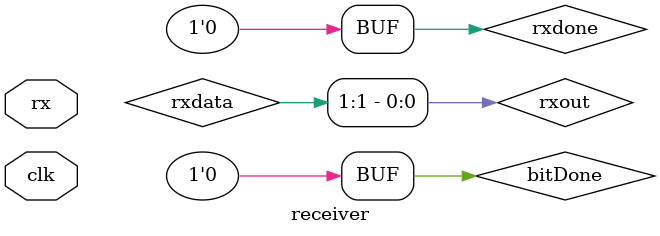
<source format=v>
`timescale 1ns / 1ps

module receiver(input clk,input rx);

parameter clk_value = 100_000;
parameter baud = 9600;
parameter wait_count = clk_value / baud;
reg bitDone = 0;
integer rcount = 0;
integer rindex = 0;
parameter ridle = 0, rwait = 1, recv = 2, rcheck = 3;
reg [1:0] rstate;
reg [9:0] rxdata;


 always@(posedge clk)
 begin
 case(rstate)
 ridle : 
     begin
      rxdata <= 0;
      rindex <= 0;
      rcount <= 0;
        
         if(rx == 1'b0)
          begin
           rstate <= rwait;
          end
         else
           begin
           rstate <= ridle;
           end
     end
     
rwait : 
begin
      if(rcount < wait_count / 2)
         begin
          rcount <= rcount + 1;
          rstate <= rwait;
         end
     else
       begin
          rcount <= 0;
          rstate <= recv;
          rxdata <= {rx,rxdata[9:1]}; 
       end
end
 
 
recv : 
begin
     if(rindex <= 9) 
      begin
      if(bitDone == 1'b1) 
        begin
        rindex <= rindex + 1;
        rstate <= rwait;
        end
      end
      else
        begin
        rstate <= ridle;
        rindex <= 0;
        end
end
 
 
default : rstate <= ridle;
  
 endcase
 end
 
 
assign rxout = rxdata[8:1]; 
assign rxdone = (rindex == 9 && bitDone == 1'b1) ? 1'b1 : 1'b0;

 endmodule

 
</source>
